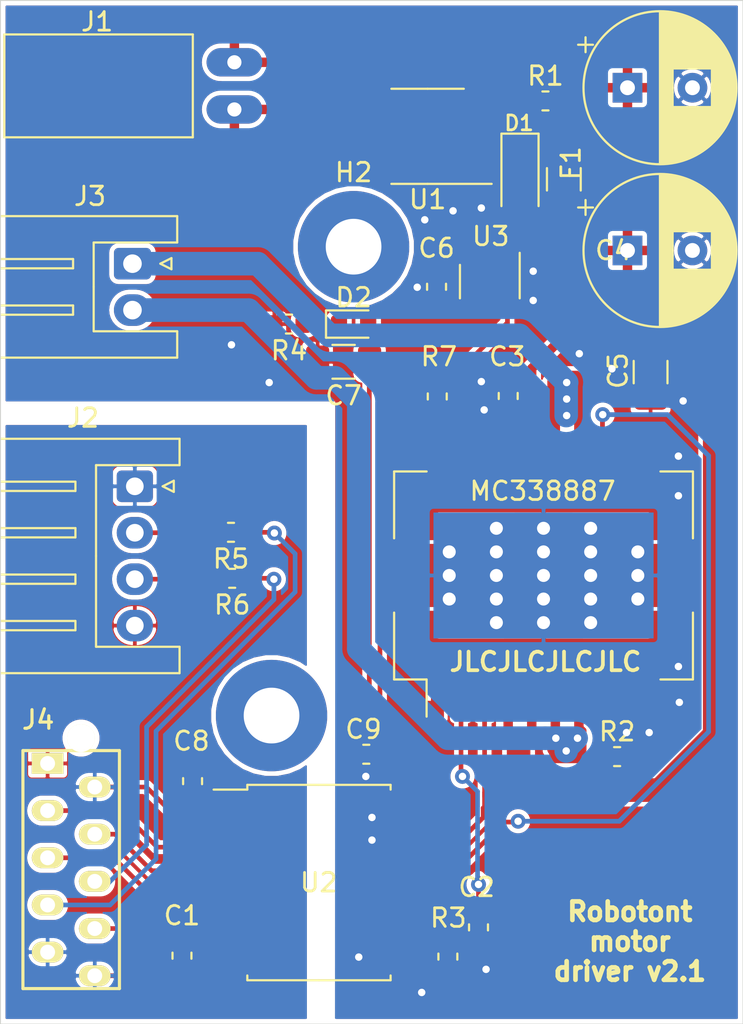
<source format=kicad_pcb>
(kicad_pcb (version 20171130) (host pcbnew 5.1.7-a382d34a8~88~ubuntu18.04.1)
  (layers (0 F.Cu signal hide) (31 B.Cu signal hide) (34 B.Paste user hide) (35 F.Paste user) (36 B.SilkS user hide) (37 F.SilkS user) (38 B.Mask user hide) (39 F.Mask user hide) (44 Edge.Cuts user))
  (net 0 "")
  (net 1 +3V3)
  (net 2 GND)
  (net 3 GNDA)
  (net 4 +5V)
  (net 5 "Net-(C3-Pad1)")
  (net 6 VCC_IN)
  (net 7 VCC)
  (net 8 "Net-(C6-Pad1)")
  (net 9 "Net-(D1-Pad1)")
  (net 10 "Net-(D2-Pad1)")
  (net 11 GNDA_IN)
  (net 12 "Net-(J2-Pad2)")
  (net 13 "Net-(J2-Pad3)")
  (net 14 MOTOR1)
  (net 15 MOTOR2)
  (net 16 DIR2)
  (net 17 DIR1)
  (net 18 PWM)
  (net 19 ENCA)
  (net 20 ENCB)
  (net 21 FAULT)
  (net 22 DIR1_D)
  (net 23 PWM_D)
  (net 24 DIR2_D)
  (net 25 "Net-(MC338887-Pad20)")
  (net 26 /FAULT_D)
  (net 27 /FB_D)
  (module MountingHole:MountingHole_3mm_Pad (layer F.Cu) (at 119.6086 63.2968)
    (fp_text reference H2 (at 0 -4) (layer F.SilkS))
    (fp_text value MountingHole_Pad)
    (pad 1 thru_hole circle (at 0 0) (size 6 6) (drill 3) (layers *.Cu *.Mask))
  )
  (module MountingHole:MountingHole_3mm_Pad (layer F.Cu) (at 115.189 88.5444)
    (fp_text reference H1 hide)
    (fp_text value MountingHole_Pad)
    (pad 1 thru_hole circle (at 0 0) (size 6 6) (drill 3) (layers *.Cu *.Mask))
  )
  (module Package_SO:SO-8_3.9x4.9mm_P1.27mm (layer F.Cu) (at 123.5964 57.3532 180)
    (fp_text reference U1 (at 0 -3.4) (layer F.SilkS))
    (fp_text value NTMS4807N)
    (pad 1 smd roundrect (at -2.575 -1.905 180) (size 1.75 0.6) (layers F.Cu F.Paste F.Mask) (net 3 GNDA))
    (pad 2 smd roundrect (at -2.575 -0.635 180) (size 1.75 0.6) (layers F.Cu F.Paste F.Mask) (net 3 GNDA))
    (pad 3 smd roundrect (at -2.575 0.635 180) (size 1.75 0.6) (layers F.Cu F.Paste F.Mask) (net 3 GNDA))
    (pad 4 smd roundrect (at -2.575 1.905 180) (size 1.75 0.6) (layers F.Cu F.Paste F.Mask) (net 9 "Net-(D1-Pad1)"))
    (pad 5 smd roundrect (at 2.575 1.905 180) (size 1.75 0.6) (layers F.Cu F.Paste F.Mask) (net 11 GNDA_IN))
    (pad 6 smd roundrect (at 2.575 0.635 180) (size 1.75 0.6) (layers F.Cu F.Paste F.Mask) (net 11 GNDA_IN))
    (pad 7 smd roundrect (at 2.575 -0.635 180) (size 1.75 0.6) (layers F.Cu F.Paste F.Mask) (net 11 GNDA_IN))
    (pad 8 smd roundrect (at 2.575 -1.905 180) (size 1.75 0.6) (layers F.Cu F.Paste F.Mask) (net 11 GNDA_IN))
  )
  (module Package_SO:SOIC-16W_7.5x10.3mm_P1.27mm (layer F.Cu) (at 117.7435 97.536)
    (fp_text reference U2 (at -0.0145 0) (layer F.SilkS))
    (fp_text value Si8641BD-B-IS)
    (pad 1 smd roundrect (at -4.65 -4.445) (size 2.05 0.6) (layers F.Cu F.Paste F.Mask) (net 1 +3V3))
    (pad 2 smd roundrect (at -4.65 -3.175) (size 2.05 0.6) (layers F.Cu F.Paste F.Mask) (net 2 GND))
    (pad 3 smd roundrect (at -4.65 -1.905) (size 2.05 0.6) (layers F.Cu F.Paste F.Mask) (net 16 DIR2))
    (pad 4 smd roundrect (at -4.65 -0.635) (size 2.05 0.6) (layers F.Cu F.Paste F.Mask) (net 17 DIR1))
    (pad 5 smd roundrect (at -4.65 0.635) (size 2.05 0.6) (layers F.Cu F.Paste F.Mask) (net 18 PWM))
    (pad 6 smd roundrect (at -4.65 1.905) (size 2.05 0.6) (layers F.Cu F.Paste F.Mask) (net 21 FAULT))
    (pad 7 smd roundrect (at -4.65 3.175) (size 2.05 0.6) (layers F.Cu F.Paste F.Mask) (net 1 +3V3))
    (pad 8 smd roundrect (at -4.65 4.445) (size 2.05 0.6) (layers F.Cu F.Paste F.Mask) (net 2 GND))
    (pad 9 smd roundrect (at 4.65 4.445) (size 2.05 0.6) (layers F.Cu F.Paste F.Mask) (net 3 GNDA))
    (pad 10 smd roundrect (at 4.65 3.175) (size 2.05 0.6) (layers F.Cu F.Paste F.Mask) (net 4 +5V))
    (pad 11 smd roundrect (at 4.65 1.905) (size 2.05 0.6) (layers F.Cu F.Paste F.Mask) (net 26 /FAULT_D))
    (pad 12 smd roundrect (at 4.65 0.635) (size 2.05 0.6) (layers F.Cu F.Paste F.Mask) (net 23 PWM_D))
    (pad 13 smd roundrect (at 4.65 -0.635) (size 2.05 0.6) (layers F.Cu F.Paste F.Mask) (net 22 DIR1_D))
    (pad 14 smd roundrect (at 4.65 -1.905) (size 2.05 0.6) (layers F.Cu F.Paste F.Mask) (net 24 DIR2_D))
    (pad 15 smd roundrect (at 4.65 -3.175) (size 2.05 0.6) (layers F.Cu F.Paste F.Mask) (net 3 GNDA))
    (pad 16 smd roundrect (at 4.65 -4.445) (size 2.05 0.6) (layers F.Cu F.Paste F.Mask) (net 4 +5V))
  )
  (module robotont-driver-board:KF2510-2AWG (layer F.Cu) (at 100.7872 51.8668)
    (fp_text reference J1 (at 5.0038 -0.6858) (layer F.SilkS))
    (fp_text value PWR_IN)
    (pad 1 thru_hole oval (at 12.4 1.5) (size 3 1.524) (drill 0.762) (layers *.Cu *.Mask) (net 6 VCC_IN))
    (pad 2 thru_hole oval (at 12.4 4.04) (size 3 1.524) (drill 0.762) (layers *.Cu *.Mask) (net 11 GNDA_IN))
  )
  (module Package_TO_SOT_SMD:SOT-23-5 (layer F.Cu) (at 126.9492 65.1764 270)
    (fp_text reference U3 (at -2.4384 -0.0508 180) (layer F.SilkS))
    (fp_text value MIC5205-X.X)
    (pad 5 smd rect (at 1.1 -0.95 270) (size 1.06 0.65) (layers F.Cu F.Paste F.Mask) (net 4 +5V))
    (pad 4 smd rect (at 1.1 0.95 270) (size 1.06 0.65) (layers F.Cu F.Paste F.Mask) (net 8 "Net-(C6-Pad1)"))
    (pad 3 smd rect (at -1.1 0.95 270) (size 1.06 0.65) (layers F.Cu F.Paste F.Mask) (net 7 VCC))
    (pad 2 smd rect (at -1.1 0 270) (size 1.06 0.65) (layers F.Cu F.Paste F.Mask) (net 3 GNDA))
    (pad 1 smd rect (at -1.1 -0.95 270) (size 1.06 0.65) (layers F.Cu F.Paste F.Mask) (net 7 VCC))
  )
  (module Resistor_SMD:R_0603_1608Metric (layer F.Cu) (at 124.1171 71.3612 270)
    (fp_text reference R7 (at -2.1462 -0.0889 180) (layer F.SilkS))
    (fp_text value 10k)
    (pad 2 smd roundrect (at 0.7875 0 270) (size 0.875 0.95) (layers F.Cu F.Paste F.Mask) (net 25 "Net-(MC338887-Pad20)"))
    (pad 1 smd roundrect (at -0.7875 0 270) (size 0.875 0.95) (layers F.Cu F.Paste F.Mask) (net 4 +5V))
  )
  (module Resistor_SMD:R_0603_1608Metric (layer F.Cu) (at 113.068 81.153 180)
    (fp_text reference R6 (at 0 -1.43) (layer F.SilkS))
    (fp_text value 560)
    (pad 2 smd roundrect (at 0.7875 0 180) (size 0.875 0.95) (layers F.Cu F.Paste F.Mask) (net 13 "Net-(J2-Pad3)"))
    (pad 1 smd roundrect (at -0.7875 0 180) (size 0.875 0.95) (layers F.Cu F.Paste F.Mask) (net 19 ENCA))
  )
  (module Resistor_SMD:R_0603_1608Metric (layer F.Cu) (at 113.0045 78.6765 180)
    (fp_text reference R5 (at 0 -1.43) (layer F.SilkS))
    (fp_text value 560)
    (pad 2 smd roundrect (at 0.7875 0 180) (size 0.875 0.95) (layers F.Cu F.Paste F.Mask) (net 12 "Net-(J2-Pad2)"))
    (pad 1 smd roundrect (at -0.7875 0 180) (size 0.875 0.95) (layers F.Cu F.Paste F.Mask) (net 20 ENCB))
  )
  (module Resistor_SMD:R_0603_1608Metric (layer F.Cu) (at 116.1287 67.4624 180)
    (fp_text reference R4 (at 0 -1.43) (layer F.SilkS))
    (fp_text value 2k2)
    (pad 2 smd roundrect (at 0.7875 0 180) (size 0.875 0.95) (layers F.Cu F.Paste F.Mask) (net 3 GNDA))
    (pad 1 smd roundrect (at -0.7875 0 180) (size 0.875 0.95) (layers F.Cu F.Paste F.Mask) (net 10 "Net-(D2-Pad1)"))
  )
  (module Resistor_SMD:R_0603_1608Metric (layer F.Cu) (at 126.3396 99.9489 90)
    (fp_text reference R3 (at 0.5079 -1.6256 180) (layer F.SilkS))
    (fp_text value 10k)
    (pad 1 smd roundrect (at -0.7875 0 90) (size 0.875 0.95) (layers F.Cu F.Paste F.Mask) (net 4 +5V))
    (pad 2 smd roundrect (at 0.7875 0 90) (size 0.875 0.95) (layers F.Cu F.Paste F.Mask) (net 26 /FAULT_D))
  )
  (module Resistor_SMD:R_0603_1608Metric (layer F.Cu) (at 133.8073 90.7542)
    (fp_text reference R2 (at 0 -1.3462) (layer F.SilkS))
    (fp_text value 100)
    (pad 2 smd roundrect (at 0.7875 0) (size 0.875 0.95) (layers F.Cu F.Paste F.Mask) (net 3 GNDA))
    (pad 1 smd roundrect (at -0.7875 0) (size 0.875 0.95) (layers F.Cu F.Paste F.Mask) (net 27 /FB_D))
  )
  (module Resistor_SMD:R_0603_1608Metric (layer F.Cu) (at 129.9465 55.4482 180)
    (fp_text reference R1 (at 0 1.3462) (layer F.SilkS))
    (fp_text value 100k)
    (pad 2 smd roundrect (at 0.7875 0 180) (size 0.875 0.95) (layers F.Cu F.Paste F.Mask) (net 9 "Net-(D1-Pad1)"))
    (pad 1 smd roundrect (at -0.7875 0 180) (size 0.875 0.95) (layers F.Cu F.Paste F.Mask) (net 6 VCC_IN))
  )
  (module Package_SO:HSOP-20-1EP_11.0x15.9mm_P1.27mm_SlugDown_ThermalVias (layer F.Cu) (at 129.8425 81 90)
    (fp_text reference MC338887 (at 4.546 -0.0485 180) (layer F.SilkS))
    (fp_text value MC33887-HSOP)
    (pad 21 smd rect (at 0 0 90) (size 6.78 11.86) (layers B.Cu) (net 3 GNDA))
    (pad 21 thru_hole circle (at -1.27 -5.08 90) (size 1 1) (drill 0.7) (layers *.Cu) (net 3 GNDA))
    (pad 21 thru_hole circle (at 0 -5.08 90) (size 1 1) (drill 0.7) (layers *.Cu) (net 3 GNDA))
    (pad 21 thru_hole circle (at 1.27 -5.08 90) (size 1 1) (drill 0.7) (layers *.Cu) (net 3 GNDA))
    (pad 21 thru_hole circle (at -2.54 -2.54 90) (size 1 1) (drill 0.7) (layers *.Cu) (net 3 GNDA))
    (pad 21 thru_hole circle (at -1.27 -2.54 90) (size 1 1) (drill 0.7) (layers *.Cu) (net 3 GNDA))
    (pad 21 thru_hole circle (at 0 -2.54 90) (size 1 1) (drill 0.7) (layers *.Cu) (net 3 GNDA))
    (pad 21 thru_hole circle (at 1.27 -2.54 90) (size 1 1) (drill 0.7) (layers *.Cu) (net 3 GNDA))
    (pad 21 thru_hole circle (at 2.54 -2.54 90) (size 1 1) (drill 0.7) (layers *.Cu) (net 3 GNDA))
    (pad 21 thru_hole circle (at -2.54 0 90) (size 1 1) (drill 0.7) (layers *.Cu) (net 3 GNDA))
    (pad 21 thru_hole circle (at -1.27 0 90) (size 1 1) (drill 0.7) (layers *.Cu) (net 3 GNDA))
    (pad 21 thru_hole circle (at 0 0 90) (size 1 1) (drill 0.7) (layers *.Cu) (net 3 GNDA))
    (pad 21 thru_hole circle (at 1.27 0 90) (size 1 1) (drill 0.7) (layers *.Cu) (net 3 GNDA))
    (pad 21 thru_hole circle (at 2.54 0 90) (size 1 1) (drill 0.7) (layers *.Cu) (net 3 GNDA))
    (pad 21 thru_hole circle (at -2.54 2.54 90) (size 1 1) (drill 0.7) (layers *.Cu) (net 3 GNDA))
    (pad 21 thru_hole circle (at -1.27 2.54 90) (size 1 1) (drill 0.7) (layers *.Cu) (net 3 GNDA))
    (pad 21 thru_hole circle (at 0 2.54 90) (size 1 1) (drill 0.7) (layers *.Cu) (net 3 GNDA))
    (pad 21 thru_hole circle (at 1.27 2.54 90) (size 1 1) (drill 0.7) (layers *.Cu) (net 3 GNDA))
    (pad 21 thru_hole circle (at 2.54 2.54 90) (size 1 1) (drill 0.7) (layers *.Cu) (net 3 GNDA))
    (pad 21 thru_hole circle (at -1.27 5.08 90) (size 1 1) (drill 0.7) (layers *.Cu) (net 3 GNDA))
    (pad 21 thru_hole circle (at 0 5.08 90) (size 1 1) (drill 0.7) (layers *.Cu) (net 3 GNDA))
    (pad 21 thru_hole circle (at 1.27 5.08 90) (size 1 1) (drill 0.7) (layers *.Cu) (net 3 GNDA))
    (pad 21 smd rect (at 0 6.8425 90) (size 3.4 2.415) (layers F.Cu F.Paste F.Mask) (net 3 GNDA))
    (pad 21 smd rect (at 0 -6.8425 90) (size 3.4 2.415) (layers F.Cu F.Paste F.Mask) (net 3 GNDA))
    (pad 20 smd rect (at 6.85 -5.715 90) (size 1.7 0.7) (layers F.Cu F.Paste F.Mask) (net 25 "Net-(MC338887-Pad20)"))
    (pad 19 smd rect (at 6.85 -4.445 90) (size 1.7 0.7) (layers F.Cu F.Paste F.Mask) (net 24 DIR2_D))
    (pad 18 smd rect (at 6.85 -3.175 90) (size 1.7 0.7) (layers F.Cu F.Paste F.Mask) (net 3 GNDA))
    (pad 17 smd rect (at 6.85 -1.905 90) (size 1.7 0.7) (layers F.Cu F.Paste F.Mask) (net 5 "Net-(C3-Pad1)"))
    (pad 16 smd rect (at 6.85 -0.635 90) (size 1.7 0.7) (layers F.Cu F.Paste F.Mask) (net 7 VCC))
    (pad 15 smd rect (at 6.85 0.635 90) (size 1.7 0.7) (layers F.Cu F.Paste F.Mask) (net 15 MOTOR2))
    (pad 14 smd rect (at 6.85 1.905 90) (size 1.7 0.7) (layers F.Cu F.Paste F.Mask) (net 15 MOTOR2))
    (pad 13 smd rect (at 6.85 3.175 90) (size 1.7 0.7) (layers F.Cu F.Paste F.Mask) (net 23 PWM_D))
    (pad 12 smd rect (at 6.85 4.445 90) (size 1.7 0.7) (layers F.Cu F.Paste F.Mask) (net 3 GNDA))
    (pad 11 smd rect (at 6.85 5.715 90) (size 1.7 0.7) (layers F.Cu F.Paste F.Mask) (net 3 GNDA))
    (pad 10 smd rect (at -6.85 5.715 90) (size 1.7 0.7) (layers F.Cu F.Paste F.Mask) (net 3 GNDA))
    (pad 9 smd rect (at -6.85 4.445 90) (size 1.7 0.7) (layers F.Cu F.Paste F.Mask) (net 3 GNDA))
    (pad 8 smd rect (at -6.85 3.175 90) (size 1.7 0.7) (layers F.Cu F.Paste F.Mask) (net 27 /FB_D))
    (pad 7 smd rect (at -6.85 1.905 90) (size 1.7 0.7) (layers F.Cu F.Paste F.Mask) (net 14 MOTOR1))
    (pad 6 smd rect (at -6.85 0.635 90) (size 1.7 0.7) (layers F.Cu F.Paste F.Mask) (net 14 MOTOR1))
    (pad 5 smd rect (at -6.85 -0.635 90) (size 1.7 0.7) (layers F.Cu F.Paste F.Mask) (net 7 VCC))
    (pad 4 smd rect (at -6.85 -1.905 90) (size 1.7 0.7) (layers F.Cu F.Paste F.Mask) (net 7 VCC))
    (pad 3 smd rect (at -6.85 -3.175 90) (size 1.7 0.7) (layers F.Cu F.Paste F.Mask) (net 22 DIR1_D))
    (pad 2 smd rect (at -6.85 -4.445 90) (size 1.7 0.7) (layers F.Cu F.Paste F.Mask) (net 26 /FAULT_D))
    (pad 21 smd rect (at 0 0 90) (size 6.4 11.27) (layers F.Cu F.Paste F.Mask) (net 3 GNDA))
    (pad 1 smd rect (at -6.85 -5.715 90) (size 1.7 0.7) (layers F.Cu F.Paste F.Mask) (net 3 GNDA))
  )
  (module Connector_JST:JST_XH_S2B-XH-A_1x02_P2.50mm_Horizontal (layer F.Cu) (at 107.696 64.2112 270)
    (fp_text reference J3 (at -3.6322 2.286 180) (layer F.SilkS))
    (fp_text value MOTOR)
    (pad 2 thru_hole oval (at 2.5 0 270) (size 1.7 2) (drill 1) (layers *.Cu *.Mask) (net 14 MOTOR1))
    (pad 1 thru_hole roundrect (at 0 0 270) (size 1.7 2) (drill 1) (layers *.Cu *.Mask) (roundrect_rratio 0.147059) (net 15 MOTOR2))
  )
  (module Connector_JST:JST_XH_S4B-XH-A_1x04_P2.50mm_Horizontal (layer F.Cu) (at 107.823 76.2 270)
    (fp_text reference J2 (at -3.683 2.794 180) (layer F.SilkS))
    (fp_text value ENC)
    (pad 4 thru_hole oval (at 7.5 0 270) (size 1.7 1.95) (drill 0.95) (layers *.Cu *.Mask) (net 1 +3V3))
    (pad 3 thru_hole oval (at 5 0 270) (size 1.7 1.95) (drill 0.95) (layers *.Cu *.Mask) (net 13 "Net-(J2-Pad3)"))
    (pad 2 thru_hole oval (at 2.5 0 270) (size 1.7 1.95) (drill 0.95) (layers *.Cu *.Mask) (net 12 "Net-(J2-Pad2)"))
    (pad 1 thru_hole roundrect (at 0 0 270) (size 1.7 1.95) (drill 0.95) (layers *.Cu *.Mask) (roundrect_rratio 0.147059) (net 2 GND))
  )
  (module Fuse:Fuse_1206_3216Metric (layer F.Cu) (at 130.937 59.6676 90)
    (fp_text reference F1 (at 0.8666 0.381 90) (layer F.SilkS))
    (fp_text value 5A)
    (pad 2 smd roundrect (at 1.4 0 90) (size 1.25 1.75) (layers F.Cu F.Paste F.Mask) (roundrect_rratio 0.2) (net 6 VCC_IN))
    (pad 1 smd roundrect (at -1.4 0 90) (size 1.25 1.75) (layers F.Cu F.Paste F.Mask) (roundrect_rratio 0.2) (net 7 VCC))
  )
  (module LED_SMD:LED_0603_1608Metric (layer F.Cu) (at 119.6087 67.4624)
    (fp_text reference D2 (at 0 -1.43) (layer F.SilkS))
    (fp_text value LED)
    (pad 2 smd roundrect (at 0.7875 0) (size 0.875 0.95) (layers F.Cu F.Paste F.Mask) (net 4 +5V))
    (pad 1 smd roundrect (at -0.7875 0) (size 0.875 0.95) (layers F.Cu F.Paste F.Mask) (net 10 "Net-(D2-Pad1)"))
  )
  (module Diode_SMD:D_SOD-123 (layer F.Cu) (at 128.5748 59.4604 270)
    (fp_text reference D1 (at -2.8184 0.0508 180) (layer F.SilkS) (effects (font (size 0.8 0.8))))
    (fp_text value MM1Z12)
    (pad 2 smd rect (at 1.65 0 270) (size 0.9 1.2) (layers F.Cu F.Paste F.Mask) (net 3 GNDA))
    (pad 1 smd rect (at -1.65 0 270) (size 0.9 1.2) (layers F.Cu F.Paste F.Mask) (net 9 "Net-(D1-Pad1)"))
  )
  (module Capacitor_SMD:C_0603_1608Metric (layer F.Cu) (at 120.2944 90.6272 180)
    (fp_text reference C9 (at 0.1524 1.3462) (layer F.SilkS))
    (fp_text value 100nF)
    (pad 2 smd roundrect (at 0.7875 0 180) (size 0.875 0.95) (layers F.Cu F.Paste F.Mask) (net 3 GNDA))
    (pad 1 smd roundrect (at -0.7875 0 180) (size 0.875 0.95) (layers F.Cu F.Paste F.Mask) (net 4 +5V))
  )
  (module Capacitor_SMD:C_0603_1608Metric (layer F.Cu) (at 110.9345 92.075 90)
    (fp_text reference C8 (at 2.159 -0.0635 180) (layer F.SilkS))
    (fp_text value 100nF)
    (pad 1 smd roundrect (at -0.7875 0 90) (size 0.875 0.95) (layers F.Cu F.Paste F.Mask) (net 2 GND))
    (pad 2 smd roundrect (at 0.7875 0 90) (size 0.875 0.95) (layers F.Cu F.Paste F.Mask) (net 1 +3V3))
  )
  (module Capacitor_SMD:C_1206_3216Metric (layer F.Cu) (at 119.0722 69.4944 180)
    (fp_text reference C7 (at 0 -1.82) (layer F.SilkS))
    (fp_text value 10uF)
    (pad 1 smd roundrect (at -1.4 0 180) (size 1.25 1.75) (layers F.Cu F.Paste F.Mask) (roundrect_rratio 0.2) (net 4 +5V))
    (pad 2 smd roundrect (at 1.4 0 180) (size 1.25 1.75) (layers F.Cu F.Paste F.Mask) (roundrect_rratio 0.2) (net 3 GNDA))
  )
  (module Capacitor_SMD:C_0603_1608Metric (layer F.Cu) (at 124.079 65.4557 90)
    (fp_text reference C6 (at 2.0827 0) (layer F.SilkS))
    (fp_text value 100nF)
    (pad 2 smd roundrect (at 0.7875 0 90) (size 0.875 0.95) (layers F.Cu F.Paste F.Mask) (net 3 GNDA))
    (pad 1 smd roundrect (at -0.7875 0 90) (size 0.875 0.95) (layers F.Cu F.Paste F.Mask) (net 8 "Net-(C6-Pad1)"))
  )
  (module Capacitor_SMD:C_1206_3216Metric (layer F.Cu) (at 135.6106 70.0502 270)
    (fp_text reference C5 (at -0.0732 1.7526 90) (layer F.SilkS))
    (fp_text value 10uF)
    (pad 2 smd roundrect (at 1.4 0 270) (size 1.25 1.75) (layers F.Cu F.Paste F.Mask) (roundrect_rratio 0.2) (net 3 GNDA))
    (pad 1 smd roundrect (at -1.4 0 270) (size 1.25 1.75) (layers F.Cu F.Paste F.Mask) (roundrect_rratio 0.2) (net 7 VCC))
  )
  (module Capacitor_THT:CP_Radial_D8.0mm_P3.50mm (layer F.Cu) (at 134.366 63.5)
    (fp_text reference C4 (at -0.762 0) (layer F.SilkS))
    (fp_text value 220uF)
    (pad 2 thru_hole circle (at 3.5 0) (size 1.6 1.6) (drill 0.8) (layers *.Cu *.Mask) (net 3 GNDA))
    (pad 1 thru_hole rect (at 0 0) (size 1.6 1.6) (drill 0.8) (layers *.Cu *.Mask) (net 6 VCC_IN))
  )
  (module Capacitor_SMD:C_0603_1608Metric (layer F.Cu) (at 127.9398 71.3358 90)
    (fp_text reference C3 (at 2.1208 -0.0508 180) (layer F.SilkS))
    (fp_text value 33nF)
    (pad 2 smd roundrect (at 0.7875 0 90) (size 0.875 0.95) (layers F.Cu F.Paste F.Mask) (net 3 GNDA))
    (pad 1 smd roundrect (at -0.7875 0 90) (size 0.875 0.95) (layers F.Cu F.Paste F.Mask) (net 5 "Net-(C3-Pad1)"))
  )
  (module Capacitor_SMD:C_0603_1608Metric (layer F.Cu) (at 124.6886 101.5238 270)
    (fp_text reference C2 (at -3.7338 -1.5494 180) (layer F.SilkS))
    (fp_text value 100nF)
    (pad 1 smd roundrect (at -0.7875 0 270) (size 0.875 0.95) (layers F.Cu F.Paste F.Mask) (net 4 +5V))
    (pad 2 smd roundrect (at 0.7875 0 270) (size 0.875 0.95) (layers F.Cu F.Paste F.Mask) (net 3 GNDA))
  )
  (module Capacitor_SMD:C_0603_1608Metric (layer F.Cu) (at 110.363 101.4729 270)
    (fp_text reference C1 (at -2.1589 0 180) (layer F.SilkS))
    (fp_text value 100nF)
    (pad 1 smd roundrect (at -0.7875 0 270) (size 0.875 0.95) (layers F.Cu F.Paste F.Mask) (net 1 +3V3))
    (pad 2 smd roundrect (at 0.7875 0 270) (size 0.875 0.95) (layers F.Cu F.Paste F.Mask) (net 2 GND))
  )
  (module footprints:CONN-TE-MICROMATCH-5X2-PTH-BOSS (layer F.Cu) (at 104.394 96.8375 90)
    (fp_text reference J4 (at 8.0645 -1.778 180) (layer F.SilkS) (effects (font (thickness 0.17))))
    (fp_text value Conn_02x05_Odd_Even)
    (pad "" np_thru_hole circle (at 7.08 0.53 90) (size 1.5 1.5) (drill 1.5) (layers *.Cu *.Mask F.SilkS))
    (pad 10 thru_hole oval (at -5.715 1.27 90) (size 1.12 1.7) (drill 0.8) (layers *.Cu *.Mask F.SilkS) (net 2 GND))
    (pad 9 thru_hole oval (at -4.445 -1.27 90) (size 1.12 1.7) (drill 0.8) (layers *.Cu *.Mask F.SilkS) (net 2 GND))
    (pad 8 thru_hole oval (at -3.175 1.27 90) (size 1.12 1.7) (drill 0.8) (layers *.Cu *.Mask F.SilkS) (net 21 FAULT))
    (pad 7 thru_hole oval (at -1.905 -1.27 90) (size 1.12 1.7) (drill 0.8) (layers *.Cu *.Mask F.SilkS) (net 20 ENCB))
    (pad 6 thru_hole oval (at -0.635 1.27 90) (size 1.12 1.7) (drill 0.8) (layers *.Cu *.Mask F.SilkS) (net 19 ENCA))
    (pad 5 thru_hole oval (at 0.635 -1.27 90) (size 1.12 1.7) (drill 0.8) (layers *.Cu *.Mask F.SilkS) (net 18 PWM))
    (pad 4 thru_hole oval (at 1.905 1.27 90) (size 1.12 1.7) (drill 0.8) (layers *.Cu *.Mask F.SilkS) (net 17 DIR1))
    (pad 3 thru_hole oval (at 3.175 -1.27 90) (size 1.12 1.7) (drill 0.8) (layers *.Cu *.Mask F.SilkS) (net 16 DIR2))
    (pad 2 thru_hole oval (at 4.445 1.27 90) (size 1.12 1.7) (drill 0.8) (layers *.Cu *.Mask F.SilkS) (net 2 GND))
    (pad 1 thru_hole rect (at 5.715 -1.27 90) (size 1.12 1.7) (drill 0.8) (layers *.Cu *.Mask F.SilkS) (net 1 +3V3))
  )
  (module Capacitor_THT:CP_Radial_D8.0mm_P3.50mm (layer F.Cu) (at 134.366 54.737)
    (fp_text reference C10 (at 3.175 -2.54) (layer F.SilkS))
    (fp_text value 220uF)
    (pad 2 thru_hole circle (at 3.5 0) (size 1.6 1.6) (drill 0.8) (layers *.Cu *.Mask) (net 3 GNDA))
    (pad 1 thru_hole rect (at 0 0) (size 1.6 1.6) (drill 0.8) (layers *.Cu *.Mask) (net 6 VCC_IN))
  )
  (gr_text JLCJLCJLCJLC (at 129.9464 85.6488) (layer F.SilkS) (effects (font (size 1 1) (thickness 0.2))))
  (gr_text "Robotont\nmotor\ndriver v2.1" (at 134.493 100.711) (layer F.SilkS) (effects (font (size 1 1) (thickness 0.25))))
  (gr_line (start 140.589 105.156) (end 100.584 105.156) (layer Edge.Cuts) (width 0.05))
  (gr_line (start 100.584 105.156) (end 100.584 50.038) (layer Edge.Cuts) (width 0.05))
  (gr_line (start 140.589 50.038) (end 140.589 105.156) (layer Edge.Cuts) (width 0.05))
  (gr_line (start 100.584 50.038) (end 140.589 50.038) (layer Edge.Cuts) (width 0.05))
  (segment (start 108.44 92.3925) (end 110.091 94.0435) (width 0.25) (layer F.Cu) (net 2))
  (segment (start 105.664 92.3925) (end 108.44 92.3925) (width 0.25) (layer F.Cu) (net 2))
  (segment (start 110.4466 94.3991) (end 112.776 94.3991) (width 0.25) (layer F.Cu) (net 2))
  (segment (start 110.091 94.0435) (end 110.4466 94.3991) (width 0.25) (layer F.Cu) (net 2))
  (segment (start 110.9345 94.3991) (end 110.9345 92.8625) (width 0.25) (layer F.Cu) (net 2))
  (segment (start 105.664 102.5525) (end 106.764 102.5525) (width 0.25) (layer F.Cu) (net 2))
  (segment (start 106.764 102.5525) (end 107.0561 102.2604) (width 0.25) (layer F.Cu) (net 2))
  (segment (start 107.0561 102.2604) (end 110.363 102.2604) (width 0.254) (layer F.Cu) (net 2))
  (segment (start 110.363 102.2604) (end 111.0996 102.2604) (width 0.254) (layer F.Cu) (net 2))
  (segment (start 111.379 101.981) (end 113.0935 101.981) (width 0.254) (layer F.Cu) (net 2))
  (segment (start 111.0996 102.2604) (end 111.379 101.981) (width 0.254) (layer F.Cu) (net 2))
  (segment (start 129.8425 81) (end 136.685 81) (width 0.254) (layer F.Cu) (net 3))
  (via (at 137.1092 74.5744) (size 0.8) (drill 0.4) (layers F.Cu B.Cu) (net 3))
  (via (at 137.3632 71.6026) (size 0.8) (drill 0.4) (layers F.Cu B.Cu) (net 3))
  (via (at 133.5278 69.8754) (size 0.8) (drill 0.4) (layers F.Cu B.Cu) (net 3))
  (via (at 137.1092 76.708) (size 0.8) (drill 0.4) (layers F.Cu B.Cu) (net 3))
  (via (at 124.968 61.3664) (size 0.8) (drill 0.4) (layers F.Cu B.Cu) (net 3))
  (via (at 126.492 61.214) (size 0.8) (drill 0.4) (layers F.Cu B.Cu) (net 3))
  (via (at 123.444 61.849) (size 0.8) (drill 0.4) (layers F.Cu B.Cu) (net 3))
  (via (at 131.77012 69.05752) (size 0.8) (drill 0.4) (layers F.Cu B.Cu) (net 3))
  (via (at 120.5992 94.0308) (size 0.8) (drill 0.4) (layers F.Cu B.Cu) (net 3))
  (via (at 120.5992 95.25) (size 0.8) (drill 0.4) (layers F.Cu B.Cu) (net 3))
  (via (at 120.269 91.821) (size 0.8) (drill 0.4) (layers F.Cu B.Cu) (net 3))
  (via (at 119.888 101.5492) (size 0.8) (drill 0.4) (layers F.Cu B.Cu) (net 3))
  (via (at 123.2789 103.4542) (size 0.8) (drill 0.4) (layers F.Cu B.Cu) (net 3))
  (via (at 126.746 102.2096) (size 0.8) (drill 0.4) (layers F.Cu B.Cu) (net 3))
  (via (at 134.3152 89.4588) (size 0.8) (drill 0.4) (layers F.Cu B.Cu) (net 3))
  (via (at 135.5344 89.4588) (size 0.8) (drill 0.4) (layers F.Cu B.Cu) (net 3))
  (via (at 137.16 87.8332) (size 0.8) (drill 0.4) (layers F.Cu B.Cu) (net 3))
  (via (at 137.1092 85.9028) (size 0.8) (drill 0.4) (layers F.Cu B.Cu) (net 3))
  (via (at 126.6444 72.0852) (size 0.8) (drill 0.4) (layers F.Cu B.Cu) (net 3))
  (via (at 126.492 70.5612) (size 0.8) (drill 0.4) (layers F.Cu B.Cu) (net 3))
  (via (at 129.286 64.6176) (size 0.8) (drill 0.4) (layers F.Cu B.Cu) (net 3))
  (via (at 129.286 66.1924) (size 0.8) (drill 0.4) (layers F.Cu B.Cu) (net 3))
  (via (at 113.03 68.58) (size 0.8) (drill 0.4) (layers F.Cu B.Cu) (net 3))
  (via (at 115.062 70.612) (size 0.8) (drill 0.4) (layers F.Cu B.Cu) (net 3))
  (via (at 123.0376 65.4812) (size 0.8) (drill 0.4) (layers F.Cu B.Cu) (net 3))
  (segment (start 120.3962 69.4184) (end 120.4722 69.4944) (width 0.254) (layer F.Cu) (net 4))
  (segment (start 120.3962 67.4624) (end 120.3962 69.4184) (width 0.254) (layer F.Cu) (net 4))
  (segment (start 127.8992 66.2764) (end 127.8992 67.3887) (width 0.254) (layer F.Cu) (net 4))
  (segment (start 127.8992 67.3887) (end 125.7935 69.4944) (width 0.254) (layer F.Cu) (net 4))
  (segment (start 124.1171 69.5325) (end 124.1171 70.5737) (width 0.254) (layer F.Cu) (net 4))
  (segment (start 124.1552 69.4944) (end 124.1171 69.5325) (width 0.254) (layer F.Cu) (net 4))
  (segment (start 125.7935 69.4944) (end 124.1552 69.4944) (width 0.254) (layer F.Cu) (net 4))
  (segment (start 124.1552 69.4944) (end 120.4722 69.4944) (width 0.254) (layer F.Cu) (net 4))
  (segment (start 122.4062 100.3808) (end 122.3935 100.3935) (width 0.25) (layer F.Cu) (net 4))
  (segment (start 120.4722 69.4944) (end 120.45599 69.51061) (width 0.5) (layer F.Cu) (net 4))
  (segment (start 120.45599 69.51061) (end 120.45599 89.16319) (width 0.254) (layer F.Cu) (net 4))
  (segment (start 121.0819 89.7891) (end 121.0819 90.6272) (width 0.254) (layer F.Cu) (net 4))
  (segment (start 120.45599 89.16319) (end 121.0819 89.7891) (width 0.254) (layer F.Cu) (net 4))
  (segment (start 121.5194 90.6272) (end 122.428 91.5358) (width 0.254) (layer F.Cu) (net 4))
  (segment (start 121.0819 90.6272) (end 121.5194 90.6272) (width 0.254) (layer F.Cu) (net 4))
  (segment (start 120.7643 100.3935) (end 122.3935 100.3935) (width 0.254) (layer F.Cu) (net 4))
  (segment (start 119.5832 99.2124) (end 120.7643 100.3935) (width 0.254) (layer F.Cu) (net 4))
  (segment (start 119.5832 93.3704) (end 119.5832 99.2124) (width 0.254) (layer F.Cu) (net 4))
  (segment (start 119.8626 93.091) (end 119.5832 93.3704) (width 0.254) (layer F.Cu) (net 4))
  (segment (start 122.3935 91.5703) (end 122.3935 93.091) (width 0.254) (layer F.Cu) (net 4))
  (segment (start 122.3935 93.091) (end 119.8626 93.091) (width 0.254) (layer F.Cu) (net 4))
  (segment (start 124.6378 100.711) (end 124.6632 100.6856) (width 0.254) (layer F.Cu) (net 4))
  (segment (start 122.3935 100.711) (end 124.6378 100.711) (width 0.254) (layer F.Cu) (net 4))
  (segment (start 126.2888 100.6856) (end 126.3396 100.7364) (width 0.254) (layer F.Cu) (net 4))
  (segment (start 124.6632 100.6856) (end 126.2888 100.6856) (width 0.254) (layer F.Cu) (net 4))
  (segment (start 127.9398 74.1477) (end 127.9375 74.15) (width 0.254) (layer F.Cu) (net 5))
  (segment (start 127.9398 72.1233) (end 127.9398 74.1477) (width 0.254) (layer F.Cu) (net 5))
  (segment (start 130.302 62.738) (end 127.762 62.738) (width 0.5) (layer F.Cu) (net 7))
  (segment (start 131.1275 61.9085) (end 130.302 62.738) (width 0.5) (layer F.Cu) (net 7))
  (segment (start 125.9992 63.0464) (end 125.9992 64.0764) (width 0.5) (layer F.Cu) (net 7))
  (segment (start 126.5616 62.738) (end 125.9992 63.0464) (width 0.5) (layer F.Cu) (net 7))
  (segment (start 128.016 62.738) (end 126.5616 62.738) (width 0.5) (layer F.Cu) (net 7))
  (segment (start 128.016 62.9296) (end 128.016 62.738) (width 0.5) (layer F.Cu) (net 7))
  (segment (start 127.8992 64.0764) (end 127.8992 63.0464) (width 0.5) (layer F.Cu) (net 7))
  (segment (start 127.8992 63.0464) (end 128.016 62.9296) (width 0.5) (layer F.Cu) (net 7))
  (segment (start 131.1275 61.2835) (end 131.1275 61.9085) (width 1.27) (layer F.Cu) (net 7))
  (segment (start 131.1275 61.9085) (end 131.1275 64.5461) (width 1.27) (layer F.Cu) (net 7))
  (segment (start 131.1275 64.6387) (end 131.1275 64.5461) (width 1.27) (layer F.Cu) (net 7))
  (segment (start 131.1275 64.6387) (end 131.1275 61.2835) (width 0.5) (layer F.Cu) (net 7))
  (segment (start 128.4986 91.2368) (end 129.8194 92.5576) (width 1.27) (layer F.Cu) (net 7))
  (segment (start 128.4986 89.8398) (end 128.4986 91.2368) (width 1.27) (layer F.Cu) (net 7))
  (segment (start 136.889 68.6502) (end 135.6106 68.6502) (width 1.27) (layer F.Cu) (net 7))
  (segment (start 139.065 89.5858) (end 139.065 70.8262) (width 1.27) (layer F.Cu) (net 7))
  (segment (start 129.8194 92.5576) (end 136.0932 92.5576) (width 1.27) (layer F.Cu) (net 7))
  (segment (start 136.0932 92.5576) (end 139.065 89.5858) (width 1.27) (layer F.Cu) (net 7))
  (segment (start 139.065 70.8262) (end 136.889 68.6502) (width 1.27) (layer F.Cu) (net 7))
  (segment (start 131.1275 65.8749) (end 131.1275 64.6387) (width 1.27) (layer F.Cu) (net 7))
  (segment (start 135.6106 68.6502) (end 133.9028 68.6502) (width 1.27) (layer F.Cu) (net 7))
  (segment (start 133.9028 68.6502) (end 131.1275 65.8749) (width 1.27) (layer F.Cu) (net 7))
  (segment (start 131.1275 67.9323) (end 131.1275 65.8749) (width 0.5) (layer F.Cu) (net 7))
  (segment (start 129.2075 74.15) (end 129.2075 69.8523) (width 0.5) (layer F.Cu) (net 7))
  (segment (start 129.2075 69.8523) (end 131.1275 67.9323) (width 0.5) (layer F.Cu) (net 7))
  (segment (start 125.9914 66.2686) (end 125.9992 66.2764) (width 0.254) (layer F.Cu) (net 8))
  (segment (start 124.003 66.2686) (end 125.9914 66.2686) (width 0.254) (layer F.Cu) (net 8))
  (segment (start 127.0464 55.4482) (end 129.159 55.4482) (width 0.254) (layer F.Cu) (net 9))
  (segment (start 126.1714 55.4482) (end 127.0464 55.4482) (width 0.254) (layer F.Cu) (net 9))
  (segment (start 128.5748 57.7606) (end 128.6256 57.8114) (width 0.254) (layer F.Cu) (net 9))
  (segment (start 128.5748 57.1582) (end 128.5748 57.7606) (width 0.254) (layer F.Cu) (net 9))
  (segment (start 129.159 55.4482) (end 129.159 56.574) (width 0.254) (layer F.Cu) (net 9))
  (segment (start 129.159 56.574) (end 128.5748 57.1582) (width 0.254) (layer F.Cu) (net 9))
  (segment (start 118.618 67.4624) (end 116.9162 67.4624) (width 0.25) (layer F.Cu) (net 10))
  (segment (start 112.2026 78.7) (end 112.2172 78.7146) (width 0.254) (layer F.Cu) (net 12))
  (segment (start 112.1935 78.7) (end 112.217 78.6765) (width 0.25) (layer F.Cu) (net 12))
  (segment (start 107.823 78.7) (end 112.4475 78.7) (width 0.25) (layer F.Cu) (net 12))
  (segment (start 112.2642 81.2) (end 112.268 81.2038) (width 0.254) (layer F.Cu) (net 13))
  (segment (start 112.2335 81.2) (end 112.2805 81.153) (width 0.25) (layer F.Cu) (net 13))
  (segment (start 107.823 81.2) (end 112.4875 81.2) (width 0.25) (layer F.Cu) (net 13))
  (via (at 130.5052 89.7636) (size 0.8) (drill 0.4) (layers F.Cu B.Cu) (net 14))
  (via (at 131.6736 89.7636) (size 0.8) (drill 0.4) (layers F.Cu B.Cu) (net 14))
  (segment (start 130.5052 89.7636) (end 131.597402 89.7636) (width 1.27) (layer B.Cu) (net 14))
  (segment (start 131.064002 90.297) (end 131.064002 90.4494) (width 1.27) (layer B.Cu) (net 14))
  (via (at 131.064 90.4494) (size 0.8) (drill 0.4) (layers F.Cu B.Cu) (net 14))
  (segment (start 131.597402 89.7636) (end 131.064002 90.297) (width 1.27) (layer B.Cu) (net 14))
  (segment (start 129.939515 89.7636) (end 130.5052 89.7636) (width 1.27) (layer B.Cu) (net 14))
  (segment (start 107.696 66.7112) (end 113.9552 66.7112) (width 1.27) (layer B.Cu) (net 14))
  (segment (start 117.602 70.358) (end 118.618 70.358) (width 1.27) (layer B.Cu) (net 14))
  (segment (start 118.618 70.358) (end 119.888 71.628) (width 1.27) (layer B.Cu) (net 14))
  (segment (start 124.6886 89.7636) (end 129.939515 89.7636) (width 1.27) (layer B.Cu) (net 14))
  (segment (start 119.888 71.628) (end 119.888 84.963) (width 1.27) (layer B.Cu) (net 14))
  (segment (start 113.9552 66.7112) (end 117.602 70.358) (width 1.27) (layer B.Cu) (net 14))
  (segment (start 119.888 84.963) (end 124.6886 89.7636) (width 1.27) (layer B.Cu) (net 14))
  (segment (start 130.4775 73.05) (end 130.5025 73.025) (width 0.25) (layer F.Cu) (net 15))
  (segment (start 130.4775 74.15) (end 130.4775 73.05) (width 0.25) (layer F.Cu) (net 15))
  (via (at 131.0894 72.39) (size 0.8) (drill 0.4) (layers F.Cu B.Cu) (net 15))
  (via (at 131.0894 71.501) (size 0.8) (drill 0.4) (layers F.Cu B.Cu) (net 15))
  (via (at 131.0894 70.612) (size 0.8) (drill 0.4) (layers F.Cu B.Cu) (net 15))
  (segment (start 131.064 72.39) (end 131.064 70.612) (width 1.27) (layer B.Cu) (net 15))
  (segment (start 114.4524 64.2112) (end 107.696 64.2112) (width 1.27) (layer B.Cu) (net 15))
  (segment (start 118.3132 68.072) (end 114.4524 64.2112) (width 1.27) (layer B.Cu) (net 15))
  (segment (start 131.0894 70.612) (end 128.5494 68.072) (width 1.27) (layer B.Cu) (net 15))
  (segment (start 128.5494 68.072) (end 118.3132 68.072) (width 1.27) (layer B.Cu) (net 15))
  (segment (start 109.0295 95.631) (end 113.0935 95.631) (width 0.25) (layer F.Cu) (net 16))
  (segment (start 103.124 93.6625) (end 107.061 93.6625) (width 0.25) (layer F.Cu) (net 16))
  (segment (start 107.061 93.6625) (end 109.0295 95.631) (width 0.25) (layer F.Cu) (net 16))
  (segment (start 108.7325 96.901) (end 113.0935 96.901) (width 0.25) (layer F.Cu) (net 17))
  (segment (start 105.664 94.9325) (end 106.764 94.9325) (width 0.25) (layer F.Cu) (net 17))
  (segment (start 106.764 94.9325) (end 108.7325 96.901) (width 0.25) (layer F.Cu) (net 17))
  (segment (start 108.6485 98.171) (end 113.0935 98.171) (width 0.25) (layer F.Cu) (net 18))
  (segment (start 103.124 96.2025) (end 106.68 96.2025) (width 0.25) (layer F.Cu) (net 18))
  (segment (start 106.68 96.2025) (end 108.6485 98.171) (width 0.25) (layer F.Cu) (net 18))
  (segment (start 115.315998 81.2038) (end 115.316 81.203802) (width 0.254) (layer F.Cu) (net 19))
  (segment (start 115.265198 81.153) (end 115.316 81.203802) (width 0.25) (layer F.Cu) (net 19))
  (segment (start 113.8555 81.153) (end 115.265198 81.153) (width 0.25) (layer F.Cu) (net 19))
  (via (at 115.316 81.203802) (size 0.8) (drill 0.4) (layers F.Cu B.Cu) (net 19))
  (segment (start 105.664 97.536) (end 106.426 97.536) (width 0.254) (layer B.Cu) (net 19))
  (segment (start 106.426 97.536) (end 108.458 95.504) (width 0.254) (layer B.Cu) (net 19))
  (segment (start 108.458 95.504) (end 108.458 89.154) (width 0.254) (layer B.Cu) (net 19))
  (segment (start 115.316 82.296) (end 115.316 81.203802) (width 0.254) (layer B.Cu) (net 19))
  (segment (start 108.458 89.154) (end 115.316 82.296) (width 0.254) (layer B.Cu) (net 19))
  (via (at 115.3414 78.714598) (size 0.8) (drill 0.4) (layers F.Cu B.Cu) (net 20))
  (segment (start 115.341398 78.7146) (end 115.3414 78.714598) (width 0.254) (layer F.Cu) (net 20))
  (segment (start 115.303302 78.6765) (end 115.3414 78.714598) (width 0.25) (layer F.Cu) (net 20))
  (segment (start 113.792 78.6765) (end 115.303302 78.6765) (width 0.25) (layer F.Cu) (net 20))
  (segment (start 115.741399 79.114597) (end 115.3414 78.714598) (width 0.25) (layer B.Cu) (net 20))
  (segment (start 116.459 81.6356) (end 116.459 79.832198) (width 0.25) (layer B.Cu) (net 20))
  (segment (start 116.459 79.832198) (end 115.741399 79.114597) (width 0.25) (layer B.Cu) (net 20))
  (segment (start 116.459 81.8896) (end 116.459 81.661) (width 0.25) (layer B.Cu) (net 20))
  (segment (start 108.966 89.3826) (end 116.459 81.8896) (width 0.25) (layer B.Cu) (net 20))
  (segment (start 103.124 98.7425) (end 106.4895 98.7425) (width 0.25) (layer B.Cu) (net 20))
  (segment (start 108.966 96.266) (end 108.966 89.3826) (width 0.25) (layer B.Cu) (net 20))
  (segment (start 106.4895 98.7425) (end 108.966 96.266) (width 0.25) (layer B.Cu) (net 20))
  (segment (start 108.52009 99.441) (end 113.0935 99.441) (width 0.25) (layer F.Cu) (net 21))
  (segment (start 105.664 100.0125) (end 107.94859 100.0125) (width 0.25) (layer F.Cu) (net 21))
  (segment (start 107.94859 100.0125) (end 108.52009 99.441) (width 0.25) (layer F.Cu) (net 21))
  (segment (start 126.6675 88.95) (end 126.6675 87.85) (width 0.25) (layer F.Cu) (net 22))
  (segment (start 126.6675 93.4489) (end 126.5936 93.5228) (width 0.254) (layer F.Cu) (net 22))
  (segment (start 126.6675 92.6869) (end 126.6675 93.4489) (width 0.254) (layer F.Cu) (net 22))
  (segment (start 126.5936 93.5228) (end 126.6444 93.472) (width 0.254) (layer F.Cu) (net 22))
  (segment (start 126.6675 92.9155) (end 126.6675 92.6869) (width 0.25) (layer F.Cu) (net 22))
  (segment (start 126.6675 92.6869) (end 126.6675 88.95) (width 0.25) (layer F.Cu) (net 22))
  (segment (start 122.3935 96.901) (end 123.7234 96.901) (width 0.254) (layer F.Cu) (net 22))
  (segment (start 126.5936 94.0308) (end 126.5936 93.5228) (width 0.254) (layer F.Cu) (net 22))
  (segment (start 123.7234 96.901) (end 126.5936 94.0308) (width 0.254) (layer F.Cu) (net 22))
  (segment (start 133.0175 75.25) (end 133.0175 74.15) (width 0.25) (layer F.Cu) (net 23))
  (via (at 133.0325 72.339202) (size 0.8) (drill 0.4) (layers F.Cu B.Cu) (net 23))
  (segment (start 133.0175 74.15) (end 133.0175 72.354202) (width 0.254) (layer F.Cu) (net 23))
  (segment (start 133.0175 72.354202) (end 133.0325 72.339202) (width 0.254) (layer F.Cu) (net 23))
  (via (at 128.4732 94.234) (size 0.8) (drill 0.4) (layers F.Cu B.Cu) (net 23))
  (segment (start 133.9215 94.234) (end 128.4732 94.234) (width 0.254) (layer B.Cu) (net 23))
  (segment (start 138.7348 89.4207) (end 133.9215 94.234) (width 0.254) (layer B.Cu) (net 23))
  (segment (start 138.7348 74.549) (end 138.7348 89.4207) (width 0.254) (layer B.Cu) (net 23))
  (segment (start 133.0325 72.339202) (end 136.525002 72.339202) (width 0.254) (layer B.Cu) (net 23))
  (segment (start 136.525002 72.339202) (end 138.7348 74.549) (width 0.254) (layer B.Cu) (net 23))
  (segment (start 128.428801 94.278399) (end 128.4732 94.234) (width 0.254) (layer F.Cu) (net 23))
  (segment (start 127.717601 94.278399) (end 128.428801 94.278399) (width 0.254) (layer F.Cu) (net 23))
  (segment (start 123.7996 98.1964) (end 127.717601 94.278399) (width 0.254) (layer F.Cu) (net 23))
  (segment (start 122.3935 98.171) (end 122.4189 98.1964) (width 0.254) (layer F.Cu) (net 23))
  (segment (start 122.4189 98.1964) (end 123.7996 98.1964) (width 0.254) (layer F.Cu) (net 23))
  (segment (start 125.3975 74.15) (end 125.3975 75.2625) (width 0.25) (layer F.Cu) (net 24))
  (segment (start 121.031 88.906496) (end 124.046002 91.921498) (width 0.25) (layer F.Cu) (net 24))
  (segment (start 123.063 75.946) (end 121.031 77.978) (width 0.25) (layer F.Cu) (net 24))
  (segment (start 125.3975 75.2625) (end 124.714 75.946) (width 0.25) (layer F.Cu) (net 24))
  (segment (start 124.714 75.946) (end 123.063 75.946) (width 0.25) (layer F.Cu) (net 24))
  (segment (start 121.031 77.978) (end 121.031 88.906496) (width 0.25) (layer F.Cu) (net 24))
  (segment (start 123.9266 95.631) (end 122.3935 95.631) (width 0.254) (layer F.Cu) (net 24))
  (segment (start 124.2568 95.3008) (end 123.9266 95.631) (width 0.254) (layer F.Cu) (net 24))
  (segment (start 124.046002 91.921498) (end 124.2568 92.132296) (width 0.254) (layer F.Cu) (net 24))
  (segment (start 124.2568 92.132296) (end 124.2568 95.3008) (width 0.254) (layer F.Cu) (net 24))
  (segment (start 124.1298 74.1477) (end 124.1275 74.15) (width 0.254) (layer F.Cu) (net 25))
  (segment (start 124.1298 72.3392) (end 124.1298 74.1477) (width 0.254) (layer F.Cu) (net 25))
  (segment (start 125.3975 87.85) (end 125.3975 91.742504) (width 0.25) (layer F.Cu) (net 26))
  (segment (start 125.3975 91.742504) (end 125.476 91.821004) (width 0.25) (layer F.Cu) (net 26))
  (via (at 125.476 91.821004) (size 0.8) (drill 0.4) (layers F.Cu B.Cu) (net 26))
  (via (at 126.3396 97.6376) (size 0.8) (drill 0.4) (layers F.Cu B.Cu) (net 26))
  (segment (start 125.476 91.821004) (end 126.2888 92.633804) (width 0.25) (layer B.Cu) (net 26))
  (segment (start 126.2888 92.633804) (end 126.2888 97.2312) (width 0.25) (layer B.Cu) (net 26))
  (segment (start 126.3396 99.1614) (end 126.3396 97.282) (width 0.254) (layer F.Cu) (net 26))
  (segment (start 122.4189 99.4664) (end 122.3935 99.441) (width 0.254) (layer F.Cu) (net 26))
  (segment (start 124.3584 99.4664) (end 122.4189 99.4664) (width 0.254) (layer F.Cu) (net 26))
  (segment (start 126.3396 99.1614) (end 124.6634 99.1614) (width 0.254) (layer F.Cu) (net 26))
  (segment (start 124.6634 99.1614) (end 124.3584 99.4664) (width 0.254) (layer F.Cu) (net 26))
  (segment (start 133.0198 87.8523) (end 133.0175 87.85) (width 0.254) (layer F.Cu) (net 27))
  (segment (start 133.0198 90.7542) (end 133.0198 87.8523) (width 0.254) (layer F.Cu) (net 27))
  (zone (net 3) (net_name GNDA) (layer F.Cu) (connect_pads (clearance 0.25)) (min_thickness 0.1) (fill yes (arc_segments 32) (thermal_gap 0.2) (thermal_bridge_width 0.2))
    (polygon (pts (xy 140.589 105.156) (xy 118.618 105.156) (xy 118.618 71.628) (xy 100.584 71.628) (xy 100.584 50.038) (xy 140.589 50.038)))
  )
  (zone (net 1) (net_name +3V3) (layer F.Cu) (connect_pads (clearance 0.25)) (min_thickness 0.1) (fill yes (arc_segments 32) (thermal_gap 0.2) (thermal_bridge_width 0.2))
    (polygon (pts (xy 117.094 105.156) (xy 100.584 105.156) (xy 100.584 72.898) (xy 117.094 72.898)))
  )
  (zone (net 15) (net_name MOTOR2) (layer F.Cu) (priority 1) (connect_pads (clearance 0.25)) (min_thickness 0.254) (fill yes (arc_segments 32) (thermal_gap 0.508) (thermal_bridge_width 0.508))
    (polygon (pts (xy 132.207 70.485) (xy 132.207 74.422) (xy 130.048 74.422) (xy 130.048 70.485) (xy 130.556 69.977) (xy 131.699 69.977)))
  )
  (zone (net 14) (net_name MOTOR1) (layer F.Cu) (priority 1) (connect_pads (clearance 0.25)) (min_thickness 0.254) (fill yes (arc_segments 32) (thermal_gap 0.508) (thermal_bridge_width 0.508))
    (polygon (pts (xy 132.1562 90.424) (xy 131.8133 91.1098) (xy 130.4163 91.1098) (xy 130.048 90.4494) (xy 130.048 87.503) (xy 132.1562 87.4776)))
  )
  (zone (net 7) (net_name VCC) (layer F.Cu) (priority 1) (connect_pads (clearance 0.25)) (min_thickness 0.254) (fill yes (arc_segments 32) (thermal_gap 0.508) (thermal_bridge_width 0.508))
    (polygon (pts (xy 129.6162 89.2556) (xy 128.5494 90.17) (xy 127.5334 89.281) (xy 127.5334 87.3252) (xy 129.6162 87.3252)))
  )
  (zone (net 3) (net_name GNDA) (layer B.Cu) (connect_pads (clearance 0.25)) (min_thickness 0.1) (fill yes (arc_segments 32) (thermal_gap 0.2) (thermal_bridge_width 0.2))
    (polygon (pts (xy 140.567003 105.156) (xy 118.607002 105.156) (xy 118.628999 71.628) (xy 100.584 71.628) (xy 100.562003 50.038) (xy 140.567003 50.038)))
  )
  (zone (net 11) (net_name GNDA_IN) (layer F.Cu) (priority 1) (connect_pads (clearance 0.25)) (min_thickness 0.254) (fill yes (arc_segments 32) (thermal_gap 0.508) (thermal_bridge_width 0.508))
    (polygon (pts (xy 121.412 59.944) (xy 118.491 59.944) (xy 116.586 58.039) (xy 112.649 58.039) (xy 112.649 54.991) (xy 121.412 54.991)))
  )
  (zone (net 6) (net_name VCC_IN) (layer F.Cu) (priority 1) (connect_pads (clearance 0.25)) (min_thickness 0.254) (fill yes (arc_segments 32) (thermal_gap 0.508) (thermal_bridge_width 0.508))
    (polygon (pts (xy 136.144 53.210873) (xy 136.144 65.405) (xy 133.604 65.405) (xy 132.588 64.513873) (xy 132.588 60.2488) (xy 132.08 59.69) (xy 130.0734 59.69) (xy 130.0734 54.483) (xy 112.776 54.3941) (xy 112.776 51.6001) (xy 134.493 51.680492)))
  )
  (zone (net 2) (net_name GND) (layer B.Cu) (connect_pads (clearance 0.25)) (min_thickness 0.1) (fill yes (arc_segments 32) (thermal_gap 0.2) (thermal_bridge_width 0.2))
    (polygon (pts (xy 117.094 105.156) (xy 100.584 105.156) (xy 100.584 72.898) (xy 117.094 72.898)))
  )
)
</source>
